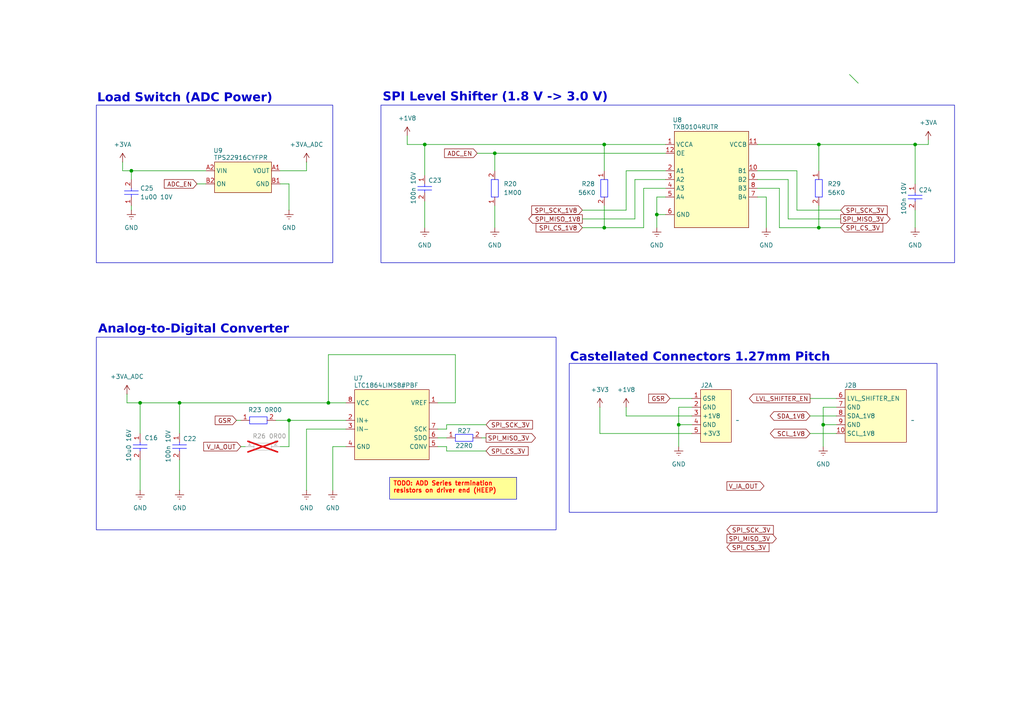
<source format=kicad_sch>
(kicad_sch (version 20231120) (generator "eeschema") (generator_version "8.0")
  (paper "A4")
  (lib_symbols
    (symbol "X-MODs_SchLib:C0402C105K8PACTU"
      (property "Reference" "C" (at -4.064 5.588 0))
      (property "Value" "1u00 10V" (at -4.064 3.302 0))
      (symbol "C0402C105K8PACTU_1_1"
        (polyline (pts (xy -1.27 0) (xy -0.508 0)) (stroke (width 0) (color 0 0 255 1)))
        (polyline (pts (xy -0.508 2.032) (xy -0.508 -2.032)) (stroke (width 0) (color 0 0 255 1)))
        (polyline (pts (xy 0.508 2.032) (xy 0.508 -2.032)) (stroke (width 0) (color 0 0 255 1)))
        (polyline (pts (xy 1.27 0) (xy 0.508 0)) (stroke (width 0) (color 0 0 255 1)))
        (pin passive line (at -3.81 0 0) (length 2.54) (name "") (number "1"))
        (pin passive line (at 3.81 0 180) (length 2.54) (name "") (number "2"))
      )
    )
    (symbol "X-MODs_SchLib:CRCW040222R0FKED"
      (property "Reference" "R" (at -4.064 5.588 0))
      (property "Value" "22R0" (at -4.064 3.302 0))
      (symbol "CRCW040222R0FKED_0_1"
        (rectangle (start -2.54 1.016) (end 2.54 -1.016) (stroke (width 0) (color 0 0 255 1)))
      )
      (symbol "CRCW040222R0FKED_1_1"
        (pin passive line (at -5.08 0 0) (length 2.54) (name "") (number "1"))
        (pin passive line (at 5.08 0 180) (length 2.54) (name "") (number "2"))
      )
    )
    (symbol "X-MODs_SchLib:ERJ-2GEJ563X"
      (property "Reference" "R" (at -4.064 5.588 0))
      (property "Value" "56K0" (at -4.064 3.302 0))
      (symbol "ERJ-2GEJ563X_0_1"
        (rectangle (start -2.54 1.016) (end 2.54 -1.016) (stroke (width 0) (color 0 0 255 1)))
      )
      (symbol "ERJ-2GEJ563X_1_1"
        (pin passive line (at -5.08 0 0) (length 2.54) (name "") (number "1"))
        (pin passive line (at 5.08 0 180) (length 2.54) (name "") (number "2"))
      )
    )
    (symbol "X-MODs_SchLib:GRM155R60G106ME01D"
      (property "Reference" "C" (at -4.064 5.588 0))
      (property "Value" "10u0 16V" (at -4.064 3.302 0))
      (symbol "GRM155R60G106ME01D_1_1"
        (polyline (pts (xy -1.27 0) (xy -0.508 0)) (stroke (width 0) (color 0 0 255 1)))
        (polyline (pts (xy -0.508 2.032) (xy -0.508 -2.032)) (stroke (width 0) (color 0 0 255 1)))
        (polyline (pts (xy 0.508 2.032) (xy 0.508 -2.032)) (stroke (width 0) (color 0 0 255 1)))
        (polyline (pts (xy 1.27 0) (xy 0.508 0)) (stroke (width 0) (color 0 0 255 1)))
        (pin passive line (at -3.81 0 0) (length 2.54) (name "") (number "1"))
        (pin passive line (at 3.81 0 180) (length 2.54) (name "") (number "2"))
      )
    )
    (symbol "X-MODs_SchLib:GRM155R71A104JA01D"
      (property "Reference" "C" (at -4.826 5.588 0))
      (property "Value" "100n 10V" (at -4.826 3.302 0))
      (symbol "GRM155R71A104JA01D_1_1"
        (polyline (pts (xy -1.27 0) (xy -0.508 0)) (stroke (width 0) (color 0 0 255 1)))
        (polyline (pts (xy -0.508 2.032) (xy -0.508 -2.032)) (stroke (width 0) (color 0 0 255 1)))
        (polyline (pts (xy 0.508 2.032) (xy 0.508 -2.032)) (stroke (width 0) (color 0 0 255 1)))
        (polyline (pts (xy 1.27 0) (xy 0.508 0)) (stroke (width 0) (color 0 0 255 1)))
        (pin passive line (at -3.81 0 0) (length 2.54) (name "") (number "1"))
        (pin passive line (at 3.81 0 180) (length 2.54) (name "") (number "2"))
      )
    )
    (symbol "X-MODs_SchLib:GSR_Board_Castellated_Conn_1.27mm" (in_bom no)
      (property "Reference" "J" (at 0.508 1.778 0))
      (symbol "GSR_Board_Castellated_Conn_1.27mm_1_1"
        (rectangle (start 0 0) (end 8.89 -15.24) (stroke (width 0) (color 128 0 0 1)) (fill (type background)))
        (pin passive line (at -2.54 -2.54 0) (length 2.54) (name "GSR") (number "1"))
        (pin passive line (at -2.54 -5.08 0) (length 2.54) (name "GND") (number "2"))
        (pin passive line (at -2.54 -7.62 0) (length 2.54) (name "+1V8") (number "3"))
        (pin passive line (at -2.54 -10.16 0) (length 2.54) (name "GND") (number "4"))
        (pin passive line (at -2.54 -12.7 0) (length 2.54) (name "+3V3") (number "5"))
      )
      (symbol "GSR_Board_Castellated_Conn_1.27mm_2_1"
        (rectangle (start 0 0) (end 17.78 -15.24) (stroke (width 0) (color 128 0 0 1)) (fill (type background)))
        (pin passive line (at -2.54 -12.7 0) (length 2.54) (name "SCL_1V8") (number "10"))
        (pin passive line (at -2.54 -2.54 0) (length 2.54) (name "LVL_SHIFTER_EN") (number "6"))
        (pin passive line (at -2.54 -5.08 0) (length 2.54) (name "GND") (number "7"))
        (pin passive line (at -2.54 -7.62 0) (length 2.54) (name "SDA_1V8") (number "8"))
        (pin passive line (at -2.54 -10.16 0) (length 2.54) (name "GND") (number "9"))
      )
    )
    (symbol "X-MODs_SchLib:LTC1864LIMS8#PBF"
      (property "Reference" "U" (at -0.254 2.794 0))
      (property "Value" "LTC1864LIMS8#PBF" (at -0.254 1.016 0))
      (symbol "LTC1864LIMS8#PBF_0_1"
        (rectangle (start 0 0) (end 21.59 -20.32) (stroke (width 0) (color 128 0 0 1)) (fill (type background)))
      )
      (symbol "LTC1864LIMS8#PBF_1_1"
        (pin passive line (at 24.13 -3.81 180) (length 2.54) (name "VREF") (number "1"))
        (pin passive line (at -2.54 -8.89 0) (length 2.54) (name "IN+") (number "2"))
        (pin passive line (at -2.54 -11.43 0) (length 2.54) (name "IN-") (number "3"))
        (pin passive line (at -2.54 -16.51 0) (length 2.54) (name "GND") (number "4"))
        (pin passive line (at 24.13 -16.51 180) (length 2.54) (name "CONV") (number "5"))
        (pin passive line (at 24.13 -13.97 180) (length 2.54) (name "SDO") (number "6"))
        (pin passive line (at 24.13 -11.43 180) (length 2.54) (name "SCK") (number "7"))
        (pin passive line (at -2.54 -3.81 0) (length 2.54) (name "VCC") (number "8"))
      )
    )
    (symbol "X-MODs_SchLib:RK73H1ERTTP1004F"
      (property "Reference" "R" (at -4.064 5.588 0))
      (property "Value" "1M00" (at -4.064 3.302 0))
      (symbol "RK73H1ERTTP1004F_0_1"
        (rectangle (start -2.54 1.016) (end 2.54 -1.016) (stroke (width 0) (color 0 0 255 1)))
      )
      (symbol "RK73H1ERTTP1004F_1_1"
        (pin passive line (at -5.08 0 0) (length 2.54) (name "") (number "1"))
        (pin passive line (at 5.08 0 180) (length 2.54) (name "") (number "2"))
      )
    )
    (symbol "X-MODs_SchLib:RK73Z1ETTP"
      (property "Reference" "R" (at -4.064 5.588 0))
      (property "Value" "0R00" (at -4.064 3.302 0))
      (symbol "RK73Z1ETTP_0_1"
        (rectangle (start -2.54 1.016) (end 2.54 -1.016) (stroke (width 0) (color 0 0 255 1)))
      )
      (symbol "RK73Z1ETTP_1_1"
        (pin passive line (at -5.08 0 0) (length 2.54) (name "") (number "1"))
        (pin passive line (at 5.08 0 180) (length 2.54) (name "") (number "2"))
      )
    )
    (symbol "X-MODs_SchLib:TPS22916CYFPR"
      (property "Reference" "U" (at -0.254 2.794 0))
      (property "Value" "TPS22916CYFPR" (at -0.254 1.016 0))
      (symbol "TPS22916CYFPR_0_1"
        (rectangle (start 0 0) (end 16.51 -8.89) (stroke (width 0) (color 128 0 0 1)) (fill (type background)))
      )
      (symbol "TPS22916CYFPR_1_1"
        (pin passive line (at 19.05 -2.54 180) (length 2.54) (name "VOUT") (number "A1"))
        (pin passive line (at -2.54 -2.54 0) (length 2.54) (name "VIN") (number "A2"))
        (pin passive line (at 19.05 -6.35 180) (length 2.54) (name "GND") (number "B1"))
        (pin passive line (at -2.54 -6.35 0) (length 2.54) (name "ON") (number "B2"))
      )
    )
    (symbol "X-MODs_SchLib:TXB0104RUTR"
      (property "Reference" "U" (at -0.254 2.794 0))
      (property "Value" "TXB0104RUTR" (at -0.254 1.016 0))
      (symbol "TXB0104RUTR_0_1"
        (rectangle (start 0 0) (end 21.59 -27.94) (stroke (width 0) (color 128 0 0 1)) (fill (type background)))
      )
      (symbol "TXB0104RUTR_1_1"
        (pin passive line (at -2.54 -3.81 0) (length 2.54) (name "VCCA") (number "1"))
        (pin passive line (at 24.13 -11.43 180) (length 2.54) (name "B1") (number "10"))
        (pin passive line (at 24.13 -3.81 180) (length 2.54) (name "VCCB") (number "11"))
        (pin passive line (at -2.54 -6.35 0) (length 2.54) (name "OE") (number "12"))
        (pin passive line (at -2.54 -11.43 0) (length 2.54) (name "A1") (number "2"))
        (pin passive line (at -2.54 -13.97 0) (length 2.54) (name "A2") (number "3"))
        (pin passive line (at -2.54 -16.51 0) (length 2.54) (name "A3") (number "4"))
        (pin passive line (at -2.54 -19.05 0) (length 2.54) (name "A4") (number "5"))
        (pin passive line (at -2.54 -24.13 0) (length 2.54) (name "GND") (number "6"))
        (pin passive line (at 24.13 -19.05 180) (length 2.54) (name "B4") (number "7"))
        (pin passive line (at 24.13 -16.51 180) (length 2.54) (name "B3") (number "8"))
        (pin passive line (at 24.13 -13.97 180) (length 2.54) (name "B2") (number "9"))
      )
    )
    (symbol "power:+3.3VA" (power) (pin_numbers hide) (pin_names (offset 0) hide)
      (property "Value" "+3.3VA" (at 0 3.556 0))
      (symbol "+3.3VA_0_1"
        (polyline (pts (xy -0.762 1.27) (xy 0 2.54)))
        (polyline (pts (xy 0 0) (xy 0 2.54)))
        (polyline (pts (xy 0 2.54) (xy 0.762 1.27)))
      )
      (symbol "+3.3VA_1_1"
        (pin power_in line (at 0 0 90) (length 0) (name "~") (number "1"))
      )
    )
    (symbol "power:Earth" (power) (pin_numbers hide) (pin_names (offset 0) hide)
      (property "Value" "Earth" (at 0 -3.81 0))
      (symbol "Earth_0_1"
        (polyline (pts (xy -0.635 -1.905) (xy 0.635 -1.905)))
        (polyline (pts (xy -0.127 -2.54) (xy 0.127 -2.54)))
        (polyline (pts (xy 0 -1.27) (xy 0 0)))
        (polyline (pts (xy 1.27 -1.27) (xy -1.27 -1.27)))
      )
      (symbol "Earth_1_1"
        (pin power_in line (at 0 0 270) (length 0) (name "~") (number "1"))
      )
    )
  )
  (junction (at 237.49 41.91))
  (junction (at 190.5 62.23))
  (junction (at 143.51 44.45))
  (junction (at 83.82 121.92))
  (junction (at 175.26 41.91))
  (junction (at 265.43 41.91))
  (junction (at 38.1 49.53))
  (junction (at 196.85 123.19))
  (junction (at 237.49 66.04))
  (junction (at 238.76 123.19))
  (junction (at 175.26 66.04))
  (junction (at 40.64 116.84))
  (junction (at 52.07 116.84))
  (junction (at 95.25 116.84))
  (junction (at 123.19 41.91))
  (bus_entry (at 246.38 21.59) (size 2.54 2.54))
  (wire (pts (xy 129.54 129.54) (xy 127 129.54)))
  (wire (pts (xy 88.9 142.24) (xy 88.9 124.46)))
  (wire (pts (xy 40.64 133.35) (xy 40.64 142.24)))
  (wire (pts (xy 83.82 121.92) (xy 83.82 129.54)))
  (wire (pts (xy 265.43 41.91) (xy 269.24 41.91)))
  (wire (pts (xy 231.14 60.96) (xy 243.84 60.96)))
  (wire (pts (xy 140.97 127) (xy 139.7 127)))
  (wire (pts (xy 132.08 102.87) (xy 95.25 102.87)))
  (wire (pts (xy 83.82 60.96) (xy 83.82 53.34)))
  (wire (pts (xy 123.19 41.91) (xy 123.19 50.8)))
  (wire (pts (xy 226.06 54.61) (xy 219.71 54.61)))
  (wire (pts (xy 168.91 63.5) (xy 184.15 63.5)))
  (wire (pts (xy 143.51 44.45) (xy 138.43 44.45)))
  (wire (pts (xy 57.15 53.34) (xy 59.69 53.34)))
  (wire (pts (xy 190.5 62.23) (xy 190.5 57.15)))
  (wire (pts (xy 52.07 133.35) (xy 52.07 142.24)))
  (wire (pts (xy 168.91 60.96) (xy 181.61 60.96)))
  (wire (pts (xy 118.11 41.91) (xy 123.19 41.91)))
  (wire (pts (xy 200.66 118.11) (xy 196.85 118.11)))
  (wire (pts (xy 181.61 60.96) (xy 181.61 49.53)))
  (wire (pts (xy 237.49 41.91) (xy 237.49 49.53)))
  (wire (pts (xy 129.54 123.19) (xy 140.97 123.19)))
  (wire (pts (xy 237.49 41.91) (xy 265.43 41.91)))
  (wire (pts (xy 184.15 52.07) (xy 193.04 52.07)))
  (wire (pts (xy 265.43 41.91) (xy 265.43 53.34)))
  (wire (pts (xy 38.1 59.69) (xy 38.1 60.96)))
  (wire (pts (xy 80.01 121.92) (xy 83.82 121.92)))
  (wire (pts (xy 226.06 66.04) (xy 237.49 66.04)))
  (wire (pts (xy 96.52 129.54) (xy 96.52 142.24)))
  (wire (pts (xy 88.9 46.99) (xy 88.9 49.53)))
  (wire (pts (xy 200.66 120.65) (xy 181.61 120.65)))
  (wire (pts (xy 40.64 116.84) (xy 36.83 116.84)))
  (wire (pts (xy 226.06 66.04) (xy 226.06 54.61)))
  (wire (pts (xy 228.6 63.5) (xy 243.84 63.5)))
  (wire (pts (xy 242.57 118.11) (xy 238.76 118.11)))
  (wire (pts (xy 238.76 118.11) (xy 238.76 123.19)))
  (wire (pts (xy 123.19 58.42) (xy 123.19 66.04)))
  (wire (pts (xy 100.33 129.54) (xy 96.52 129.54)))
  (wire (pts (xy 38.1 49.53) (xy 59.69 49.53)))
  (wire (pts (xy 219.71 41.91) (xy 237.49 41.91)))
  (wire (pts (xy 196.85 118.11) (xy 196.85 123.19)))
  (wire (pts (xy 173.99 125.73) (xy 173.99 118.11)))
  (wire (pts (xy 190.5 62.23) (xy 190.5 66.04)))
  (wire (pts (xy 190.5 62.23) (xy 193.04 62.23)))
  (wire (pts (xy 186.69 54.61) (xy 193.04 54.61)))
  (wire (pts (xy 129.54 130.81) (xy 140.97 130.81)))
  (wire (pts (xy 36.83 116.84) (xy 36.83 114.3)))
  (wire (pts (xy 181.61 120.65) (xy 181.61 118.11)))
  (wire (pts (xy 40.64 116.84) (xy 40.64 125.73)))
  (wire (pts (xy 127 116.84) (xy 132.08 116.84)))
  (wire (pts (xy 52.07 116.84) (xy 95.25 116.84)))
  (wire (pts (xy 100.33 116.84) (xy 95.25 116.84)))
  (wire (pts (xy 129.54 130.81) (xy 129.54 129.54)))
  (wire (pts (xy 123.19 41.91) (xy 175.26 41.91)))
  (wire (pts (xy 196.85 123.19) (xy 196.85 129.54)))
  (wire (pts (xy 181.61 49.53) (xy 193.04 49.53)))
  (wire (pts (xy 83.82 121.92) (xy 100.33 121.92)))
  (wire (pts (xy 265.43 60.96) (xy 265.43 66.04)))
  (wire (pts (xy 175.26 41.91) (xy 175.26 49.53)))
  (wire (pts (xy 129.54 124.46) (xy 127 124.46)))
  (wire (pts (xy 35.56 49.53) (xy 38.1 49.53)))
  (wire (pts (xy 88.9 124.46) (xy 100.33 124.46)))
  (wire (pts (xy 127 127) (xy 129.54 127)))
  (wire (pts (xy 237.49 59.69) (xy 237.49 66.04)))
  (wire (pts (xy 68.58 121.92) (xy 69.85 121.92)))
  (wire (pts (xy 168.91 66.04) (xy 175.26 66.04)))
  (wire (pts (xy 194.31 115.57) (xy 200.66 115.57)))
  (wire (pts (xy 196.85 123.19) (xy 200.66 123.19)))
  (wire (pts (xy 175.26 66.04) (xy 186.69 66.04)))
  (wire (pts (xy 88.9 49.53) (xy 81.28 49.53)))
  (wire (pts (xy 231.14 60.96) (xy 231.14 49.53)))
  (wire (pts (xy 238.76 123.19) (xy 238.76 129.54)))
  (wire (pts (xy 234.95 120.65) (xy 242.57 120.65)))
  (wire (pts (xy 143.51 44.45) (xy 143.51 49.53)))
  (wire (pts (xy 69.85 129.54) (xy 71.12 129.54)))
  (wire (pts (xy 200.66 125.73) (xy 173.99 125.73)))
  (wire (pts (xy 175.26 41.91) (xy 193.04 41.91)))
  (wire (pts (xy 184.15 63.5) (xy 184.15 52.07)))
  (wire (pts (xy 234.95 115.57) (xy 242.57 115.57)))
  (wire (pts (xy 228.6 52.07) (xy 219.71 52.07)))
  (wire (pts (xy 83.82 129.54) (xy 81.28 129.54)))
  (wire (pts (xy 52.07 125.73) (xy 52.07 116.84)))
  (wire (pts (xy 95.25 102.87) (xy 95.25 116.84)))
  (wire (pts (xy 269.24 40.64) (xy 269.24 41.91)))
  (wire (pts (xy 231.14 49.53) (xy 219.71 49.53)))
  (wire (pts (xy 237.49 66.04) (xy 243.84 66.04)))
  (wire (pts (xy 242.57 123.19) (xy 238.76 123.19)))
  (wire (pts (xy 38.1 49.53) (xy 38.1 52.07)))
  (wire (pts (xy 222.25 57.15) (xy 222.25 66.04)))
  (wire (pts (xy 186.69 66.04) (xy 186.69 54.61)))
  (wire (pts (xy 83.82 53.34) (xy 81.28 53.34)))
  (wire (pts (xy 132.08 116.84) (xy 132.08 102.87)))
  (wire (pts (xy 175.26 59.69) (xy 175.26 66.04)))
  (wire (pts (xy 40.64 116.84) (xy 52.07 116.84)))
  (wire (pts (xy 219.71 57.15) (xy 222.25 57.15)))
  (wire (pts (xy 228.6 63.5) (xy 228.6 52.07)))
  (wire (pts (xy 35.56 46.99) (xy 35.56 49.53)))
  (wire (pts (xy 190.5 57.15) (xy 193.04 57.15)))
  (wire (pts (xy 118.11 39.37) (xy 118.11 41.91)))
  (wire (pts (xy 143.51 59.69) (xy 143.51 66.04)))
  (wire (pts (xy 143.51 44.45) (xy 193.04 44.45)))
  (wire (pts (xy 234.95 125.73) (xy 242.57 125.73)))
  (wire (pts (xy 129.54 123.19) (xy 129.54 124.46)))
  (rectangle (start 27.94 97.79) (end 161.29 153.67))
  (rectangle (start 27.94 30.48) (end 96.52 76.2))
  (rectangle (start 110.49 30.48) (end 276.86 76.2))
  (rectangle (start 165.1 105.41) (end 271.78 148.59))
  (text_box "TODO: ADD Series termination resistors on driver end (HEEP)" (at 113.03 138.43 0) (size 36.83 6.35) (fill (type color) (color 255 255 150 1)) (effects (font (size 1.27 1.27) (thickness 0.254) (bold yes)) (justify left top)))
  (text "Load Switch (ADC Power)" (at 28.194 29.21 0) (effects (font (size 2.54 2.54) (thickness 0.254) (bold yes) (italic yes)) (justify left)))
  (text "SPI Level Shifter (1.8 V -> 3.0 V)" (at 110.998 28.956 0) (effects (font (size 2.54 2.54) (thickness 0.254) (bold yes) (italic yes)) (justify left)))
  (text "Analog-to-Digital Converter" (at 28.448 96.266 0) (effects (font (size 2.54 2.54) (thickness 0.254) (bold yes) (italic yes)) (justify left)))
  (text "Castellated Connectors 1.27mm Pitch" (at 165.354 104.394 0) (effects (font (size 2.54 2.54) (thickness 0.254) (bold yes) (italic yes)) (justify left)))
  (global_label "V_IA_OUT" (shape input) (at 69.85 129.54 180) (property "Intersheetrefs" "${INTERSHEET_REFS}" (effects (hide yes))))
  (global_label "SPI_CS_3V" (shape input) (at 210.82 158.75 0) (property "Intersheetrefs" "${INTERSHEET_REFS}" (effects (hide yes))))
  (global_label "SCL_1V8" (shape bidirectional) (at 234.95 125.73 180) (property "Intersheetrefs" "${INTERSHEET_REFS}" (effects (hide yes))))
  (global_label "ADC_EN" (shape input) (at 138.43 44.45 180) (property "Intersheetrefs" "${INTERSHEET_REFS}" (effects (hide yes))))
  (global_label "SPI_MISO_3V" (shape output) (at 140.97 127 0) (property "Intersheetrefs" "${INTERSHEET_REFS}" (effects (hide yes))))
  (global_label "SPI_CS_1V8" (shape input) (at 168.91 66.04 180) (property "Intersheetrefs" "${INTERSHEET_REFS}" (effects (hide yes))))
  (global_label "SPI_MISO_3V" (shape output) (at 210.82 156.21 0) (property "Intersheetrefs" "${INTERSHEET_REFS}" (effects (hide yes))))
  (global_label "LVL_SHIFTER_EN" (shape output) (at 234.95 115.57 180) (property "Intersheetrefs" "${INTERSHEET_REFS}" (effects (hide yes))))
  (global_label "ADC_EN" (shape input) (at 57.15 53.34 180) (property "Intersheetrefs" "${INTERSHEET_REFS}" (effects (hide yes))))
  (global_label "SPI_MISO_3V" (shape output) (at 243.84 63.5 0) (property "Intersheetrefs" "${INTERSHEET_REFS}" (effects (hide yes))))
  (global_label "SDA_1V8" (shape bidirectional) (at 234.95 120.65 180) (property "Intersheetrefs" "${INTERSHEET_REFS}" (effects (hide yes))))
  (global_label "SPI_SCK_3V" (shape input) (at 140.97 123.19 0) (property "Intersheetrefs" "${INTERSHEET_REFS}" (effects (hide yes))))
  (global_label "SPI_SCK_1V8" (shape input) (at 168.91 60.96 180) (property "Intersheetrefs" "${INTERSHEET_REFS}" (effects (hide yes))))
  (global_label "SPI_SCK_3V" (shape input) (at 210.82 153.67 0) (property "Intersheetrefs" "${INTERSHEET_REFS}" (effects (hide yes))))
  (global_label "GSR" (shape input) (at 68.58 121.92 180) (property "Intersheetrefs" "${INTERSHEET_REFS}" (effects (hide yes))))
  (global_label "SPI_SCK_3V" (shape input) (at 243.84 60.96 0) (property "Intersheetrefs" "${INTERSHEET_REFS}" (effects (hide yes))))
  (global_label "SPI_MISO_1V8" (shape output) (at 168.91 63.5 180) (property "Intersheetrefs" "${INTERSHEET_REFS}" (effects (hide yes))))
  (global_label "SPI_CS_3V" (shape input) (at 140.97 130.81 0) (property "Intersheetrefs" "${INTERSHEET_REFS}" (effects (hide yes))))
  (global_label "V_IA_OUT" (shape output) (at 210.82 140.97 0) (property "Intersheetrefs" "${INTERSHEET_REFS}" (effects (hide yes))))
  (global_label "SPI_CS_3V" (shape input) (at 243.84 66.04 0) (property "Intersheetrefs" "${INTERSHEET_REFS}" (effects (hide yes))))
  (global_label "GSR" (shape input) (at 194.31 115.57 180) (property "Intersheetrefs" "${INTERSHEET_REFS}" (effects (hide yes))))
  (symbol (lib_id "X-MODs_SchLib:ERJ-2GEJ563X") (at 175.26 54.61 270) (unit 1)
    (property "Reference" "R28" (at 168.656 53.34 90) (effects (justify left)))
    (property "Value" "56K0" (at 167.64 55.88 90) (effects (justify left)))
    (property "Footprint" "X-MODs_PcbLib:R0402" (effects (hide yes)))
    (property "Datasheet" "https://www.mouser.es/datasheet/2/315/AOA0000C301-1488782.pdf" (effects (hide yes)))
    (property "Description" "Thick Film Resistors 0402 56Kohms 5% AEC-Q200" (effects (hide yes)))
  )
  (symbol (lib_id "power:Earth") (at 83.82 60.96 0) (unit 1)
    (property "Reference" "#PWR067" (effects (hide yes)))
    (property "Value" "GND" (at 83.82 66.04 0))
    (property "Description" "Power symbol creates a global label with name \"Earth\"" (effects (hide yes)))
  )
  (symbol (lib_id "power:+3.3VA") (at 36.83 114.3 0) (unit 1)
    (property "Reference" "#PWR053" (effects (hide yes)))
    (property "Value" "+3VA_ADC" (at 36.83 109.22 0))
    (property "Description" "Power symbol creates a global label with name \"+3.3VA\"" (effects (hide yes)))
  )
  (symbol (lib_id "power:Earth") (at 265.43 66.04 0) (unit 1)
    (property "Reference" "#PWR061" (effects (hide yes)))
    (property "Value" "GND" (at 265.43 71.12 0))
    (property "Description" "Power symbol creates a global label with name \"Earth\"" (effects (hide yes)))
  )
  (symbol (lib_id "X-MODs_SchLib:GRM155R71A104JA01D") (at 265.43 57.15 270) (unit 1)
    (property "Reference" "C24" (at 266.446 55.118 90) (effects (justify left)))
    (property "Value" "100n 10V" (at 262.128 52.832 0) (effects (justify left)))
    (property "Footprint" "X-MODs_PcbLib:C0402" (effects (hide yes)))
    (property "Datasheet" "https://www.mouser.es/datasheet/2/281/1/GRM155R71A104JA01_01A-1984196.pdf" (effects (hide yes)))
    (property "Description" "Multilayer Ceramic Capacitors MLCC - SMD/SMT 0.1 uF 10 VDC 5% 0402 X7R" (effects (hide yes)))
  )
  (symbol (lib_id "X-MODs_SchLib:GRM155R71A104JA01D") (at 52.07 129.54 270) (unit 1)
    (property "Reference" "C22" (at 53.086 127.254 90) (effects (justify left)))
    (property "Value" "100n 10V" (at 48.768 124.714 0) (effects (justify left)))
    (property "Footprint" "X-MODs_PcbLib:C0402" (effects (hide yes)))
    (property "Datasheet" "https://www.mouser.es/datasheet/2/281/1/GRM155R71A104JA01_01A-1984196.pdf" (effects (hide yes)))
    (property "Description" "Multilayer Ceramic Capacitors MLCC - SMD/SMT 0.1 uF 10 VDC 5% 0402 X7R" (effects (hide yes)))
  )
  (symbol (lib_id "power:Earth") (at 96.52 142.24 0) (unit 1)
    (property "Reference" "#PWR056" (effects (hide yes)))
    (property "Value" "GND" (at 96.52 147.32 0))
    (property "Description" "Power symbol creates a global label with name \"Earth\"" (effects (hide yes)))
  )
  (symbol (lib_id "X-MODs_SchLib:CRCW040222R0FKED") (at 134.62 127 0) (unit 1)
    (property "Reference" "R27" (at 134.62 124.968 0))
    (property "Value" "22R0" (at 134.62 129.286 0))
    (property "Footprint" "X-MODs_PcbLib:R0402" (effects (hide yes)))
    (property "Datasheet" "https://www.vishay.com/docs/20035/dcrcwe3.pdf" (effects (hide yes)))
    (property "Description" "Thick Film Resistors 1/16watt 22ohms 1%" (effects (hide yes)))
  )
  (symbol (lib_id "power:+3.3VA") (at 35.56 46.99 0) (unit 1)
    (property "Reference" "#PWR065" (effects (hide yes)))
    (property "Value" "+3VA" (at 35.56 41.91 0))
    (property "Description" "Power symbol creates a global label with name \"+3.3VA\"" (effects (hide yes)))
  )
  (symbol (lib_id "power:+3.3VA") (at 181.61 118.11 0) (unit 1)
    (property "Reference" "#PWR049" (effects (hide yes)))
    (property "Value" "+1V8" (at 181.61 113.03 0))
    (property "Description" "Power symbol creates a global label with name \"+3.3VA\"" (effects (hide yes)))
  )
  (symbol (lib_id "X-MODs_SchLib:GSR_Board_Castellated_Conn_1.27mm") (at 203.2 113.03 0) (unit 1) (in_bom no)
    (property "Reference" "J2" (at 203.2 111.76 0) (effects (justify left)))
    (property "Value" "~" (at 213.36 121.92 0) (effects (justify left)))
    (property "Footprint" "X-MODs_PcbLib:GSR_Board_Castellated_Conn_1.27mm" (effects (hide yes)))
    (property "Description" "GSR_Board_Castellated_Conn_1.27mm" (effects (hide yes)))
  )
  (symbol (lib_id "power:+3.3VA") (at 173.99 118.11 0) (unit 1)
    (property "Reference" "#PWR039" (effects (hide yes)))
    (property "Value" "+3V3" (at 173.99 113.03 0))
    (property "Description" "Power symbol creates a global label with name \"+3.3VA\"" (effects (hide yes)))
  )
  (symbol (lib_id "power:Earth") (at 88.9 142.24 0) (unit 1)
    (property "Reference" "#PWR063" (effects (hide yes)))
    (property "Value" "GND" (at 88.9 147.32 0))
    (property "Description" "Power symbol creates a global label with name \"Earth\"" (effects (hide yes)))
  )
  (symbol (lib_id "power:Earth") (at 238.76 129.54 0) (unit 1)
    (property "Reference" "#PWR052" (effects (hide yes)))
    (property "Value" "GND" (at 238.76 134.62 0))
    (property "Description" "Power symbol creates a global label with name \"Earth\"" (effects (hide yes)))
  )
  (symbol (lib_id "X-MODs_SchLib:RK73Z1ETTP") (at 76.2 129.54 0) (unit 1) (dnp yes)
    (property "Reference" "R26" (at 75.184 126.492 0))
    (property "Value" "0R00" (at 80.518 126.492 0))
    (property "Footprint" "X-MODs_PcbLib:R0402" (effects (hide yes)))
    (property "Datasheet" "https://www.koaspeer.com/pdfs/RK73Z.pdf" (effects (hide yes)))
    (property "Description" "Thick Film Resistors ZEROohms JUMPER" (effects (hide yes)))
  )
  (symbol (lib_id "X-MODs_SchLib:C0402C105K8PACTU") (at 38.1 55.88 90) (unit 1)
    (property "Reference" "C25" (at 40.64 54.61 90) (effects (justify right)))
    (property "Value" "1u00 10V" (at 40.64 57.15 90) (effects (justify right)))
    (property "Footprint" "X-MODs_PcbLib:C0402" (effects (hide yes)))
    (property "Datasheet" "https://www.mouser.es/datasheet/2/447/KEM_C1006_X5R_SMD-3316465.pdf" (effects (hide yes)))
    (property "Description" "Multilayer Ceramic Capacitors MLCC - SMD/SMT 10V 1uF X5R 0402 10%" (effects (hide yes)))
  )
  (symbol (lib_id "X-MODs_SchLib:RK73Z1ETTP") (at 74.93 121.92 0) (unit 1)
    (property "Reference" "R23" (at 73.914 118.872 0))
    (property "Value" "0R00" (at 79.248 118.872 0))
    (property "Footprint" "X-MODs_PcbLib:R0402" (effects (hide yes)))
    (property "Datasheet" "https://www.koaspeer.com/pdfs/RK73Z.pdf" (effects (hide yes)))
    (property "Description" "Thick Film Resistors ZEROohms JUMPER" (effects (hide yes)))
  )
  (symbol (lib_id "X-MODs_SchLib:GRM155R60G106ME01D") (at 40.64 129.54 270) (unit 1)
    (property "Reference" "C16" (at 41.91 127 90) (effects (justify left)))
    (property "Value" "10u0 16V" (at 37.338 124.46 0) (effects (justify left)))
    (property "Footprint" "X-MODs_PcbLib:C0402" (effects (hide yes)))
    (property "Datasheet" "https://www.mouser.es/datasheet/2/281/1/GRM155R60G106ME01_01A-1983785.pdf" (effects (hide yes)))
    (property "Description" "Multilayer Ceramic Capacitors MLCC - SMD/SMT 10 uF 4 VDC 20% 0402 X5R" (effects (hide yes)))
  )
  (symbol (lib_id "power:Earth") (at 222.25 66.04 0) (unit 1)
    (property "Reference" "#PWR062" (effects (hide yes)))
    (property "Value" "GND" (at 222.25 71.12 0))
    (property "Description" "Power symbol creates a global label with name \"Earth\"" (effects (hide yes)))
  )
  (symbol (lib_id "power:Earth") (at 143.51 66.04 0) (unit 1)
    (property "Reference" "#PWR064" (effects (hide yes)))
    (property "Value" "GND" (at 143.51 71.12 0))
    (property "Description" "Power symbol creates a global label with name \"Earth\"" (effects (hide yes)))
  )
  (symbol (lib_id "X-MODs_SchLib:GSR_Board_Castellated_Conn_1.27mm") (at 245.11 113.03 0) (unit 2) (in_bom no)
    (property "Reference" "J2" (at 244.856 111.76 0) (effects (justify left)))
    (property "Value" "~" (at 264.16 121.92 0) (effects (justify left)))
    (property "Footprint" "X-MODs_PcbLib:GSR_Board_Castellated_Conn_1.27mm" (effects (hide yes)))
    (property "Description" "GSR_Board_Castellated_Conn_1.27mm" (effects (hide yes)))
  )
  (symbol (lib_id "X-MODs_SchLib:RK73H1ERTTP1004F") (at 143.51 54.61 90) (unit 1)
    (property "Reference" "R20" (at 146.05 53.3399 90) (effects (justify right)))
    (property "Value" "1M00" (at 146.05 55.8799 90) (effects (justify right)))
    (property "Footprint" "X-MODs_PcbLib:R0402" (effects (hide yes)))
    (property "Datasheet" "https://www.koaspeer.com/pdfs/RK73-RT.pdf" (effects (hide yes)))
    (property "Description" "Thick Film Resistors 1M ohm 1% 0.1W AEC-Q" (effects (hide yes)))
  )
  (symbol (lib_id "power:Earth") (at 38.1 60.96 0) (unit 1)
    (property "Reference" "#PWR066" (effects (hide yes)))
    (property "Value" "GND" (at 38.1 66.04 0))
    (property "Description" "Power symbol creates a global label with name \"Earth\"" (effects (hide yes)))
  )
  (symbol (lib_id "X-MODs_SchLib:GRM155R71A104JA01D") (at 123.19 54.61 270) (unit 1)
    (property "Reference" "C23" (at 124.206 52.324 90) (effects (justify left)))
    (property "Value" "100n 10V" (at 119.888 49.784 0) (effects (justify left)))
    (property "Footprint" "X-MODs_PcbLib:C0402" (effects (hide yes)))
    (property "Datasheet" "https://www.mouser.es/datasheet/2/281/1/GRM155R71A104JA01_01A-1984196.pdf" (effects (hide yes)))
    (property "Description" "Multilayer Ceramic Capacitors MLCC - SMD/SMT 0.1 uF 10 VDC 5% 0402 X7R" (effects (hide yes)))
  )
  (symbol (lib_id "power:Earth") (at 190.5 66.04 0) (unit 1)
    (property "Reference" "#PWR058" (effects (hide yes)))
    (property "Value" "GND" (at 190.5 71.12 0))
    (property "Description" "Power symbol creates a global label with name \"Earth\"" (effects (hide yes)))
  )
  (symbol (lib_id "power:+3.3VA") (at 118.11 39.37 0) (unit 1)
    (property "Reference" "#PWR059" (effects (hide yes)))
    (property "Value" "+1V8" (at 118.11 34.29 0))
    (property "Description" "Power symbol creates a global label with name \"+3.3VA\"" (effects (hide yes)))
  )
  (symbol (lib_id "power:+3.3VA") (at 269.24 40.64 0) (unit 1)
    (property "Reference" "#PWR060" (effects (hide yes)))
    (property "Value" "+3VA" (at 269.24 35.56 0))
    (property "Description" "Power symbol creates a global label with name \"+3.3VA\"" (effects (hide yes)))
  )
  (symbol (lib_id "power:Earth") (at 52.07 142.24 0) (unit 1)
    (property "Reference" "#PWR055" (effects (hide yes)))
    (property "Value" "GND" (at 52.07 147.32 0))
    (property "Description" "Power symbol creates a global label with name \"Earth\"" (effects (hide yes)))
  )
  (symbol (lib_id "power:+3.3VA") (at 88.9 46.99 0) (unit 1)
    (property "Reference" "#PWR068" (effects (hide yes)))
    (property "Value" "+3VA_ADC" (at 88.9 41.91 0))
    (property "Description" "Power symbol creates a global label with name \"+3.3VA\"" (effects (hide yes)))
  )
  (symbol (lib_id "X-MODs_SchLib:TXB0104RUTR") (at 195.58 38.1 0) (unit 1)
    (property "Reference" "U8" (at 195.072 34.798 0) (effects (justify left)))
    (property "Value" "TXB0104RUTR" (at 195.072 36.83 0) (effects (justify left)))
    (property "Footprint" "X-MODs_PcbLib:UQFN-12_1.7x2mm" (effects (hide yes)))
    (property "Datasheet" "https://www.ti.com/lit/gpn/txb0104" (effects (hide yes)))
    (property "Description" "Translation - Voltage Levels 4B Bidir Vltg-Level Translator" (effects (hide yes)))
  )
  (symbol (lib_id "power:Earth") (at 123.19 66.04 0) (unit 1)
    (property "Reference" "#PWR057" (effects (hide yes)))
    (property "Value" "GND" (at 123.19 71.12 0))
    (property "Description" "Power symbol creates a global label with name \"Earth\"" (effects (hide yes)))
  )
  (symbol (lib_id "power:Earth") (at 196.85 129.54 0) (unit 1)
    (property "Reference" "#PWR051" (effects (hide yes)))
    (property "Value" "GND" (at 196.85 134.62 0))
    (property "Description" "Power symbol creates a global label with name \"Earth\"" (effects (hide yes)))
  )
  (symbol (lib_id "X-MODs_SchLib:TPS22916CYFPR") (at 62.23 46.99 0) (unit 1)
    (property "Reference" "U9" (at 63.246 43.688 0))
    (property "Value" "TPS22916CYFPR" (at 69.85 45.72 0))
    (property "Footprint" "X-MODs_PcbLib:DSBGA-4_0.74x0.74mm" (effects (hide yes)))
    (property "Datasheet" "https://www.ti.com/lit/gpn/tps22916" (effects (hide yes)))
    (property "Description" "Power Switch ICs - Power Distribution 5.5-V, 2-A, 60-mohm, 10-nA leakage load switch with output discharge 4-DSBGA -40 to 85" (effects (hide yes)))
  )
  (symbol (lib_id "X-MODs_SchLib:LTC1864LIMS8#PBF") (at 102.87 113.03 0) (unit 1)
    (property "Reference" "U7" (at 103.886 109.728 0))
    (property "Value" "LTC1864LIMS8#PBF" (at 112.014 111.76 0))
    (property "Footprint" "X-MODs_PcbLib:MSOP-8" (effects (hide yes)))
    (property "Datasheet" "https://www.analog.com/media/en/technical-documentation/data-sheets/18645lfs.pdf" (effects (hide yes)))
    (property "Description" "Analog to Digital Converters - ADC Power, 3V, 16-Bit, 150ksps 1- and 2-Channel ADCs in MSOP" (effects (hide yes)))
  )
  (symbol (lib_id "power:Earth") (at 40.64 142.24 0) (unit 1)
    (property "Reference" "#PWR054" (effects (hide yes)))
    (property "Value" "GND" (at 40.64 147.32 0))
    (property "Description" "Power symbol creates a global label with name \"Earth\"" (effects (hide yes)))
  )
  (symbol (lib_id "X-MODs_SchLib:ERJ-2GEJ563X") (at 237.49 54.61 270) (unit 1)
    (property "Reference" "R29" (at 240.03 53.3399 90) (effects (justify left)))
    (property "Value" "56K0" (at 240.03 55.8799 90) (effects (justify left)))
    (property "Footprint" "X-MODs_PcbLib:R0402" (effects (hide yes)))
    (property "Datasheet" "https://www.mouser.es/datasheet/2/315/AOA0000C301-1488782.pdf" (effects (hide yes)))
    (property "Description" "Thick Film Resistors 0402 56Kohms 5% AEC-Q200" (effects (hide yes)))
  )
)
</source>
